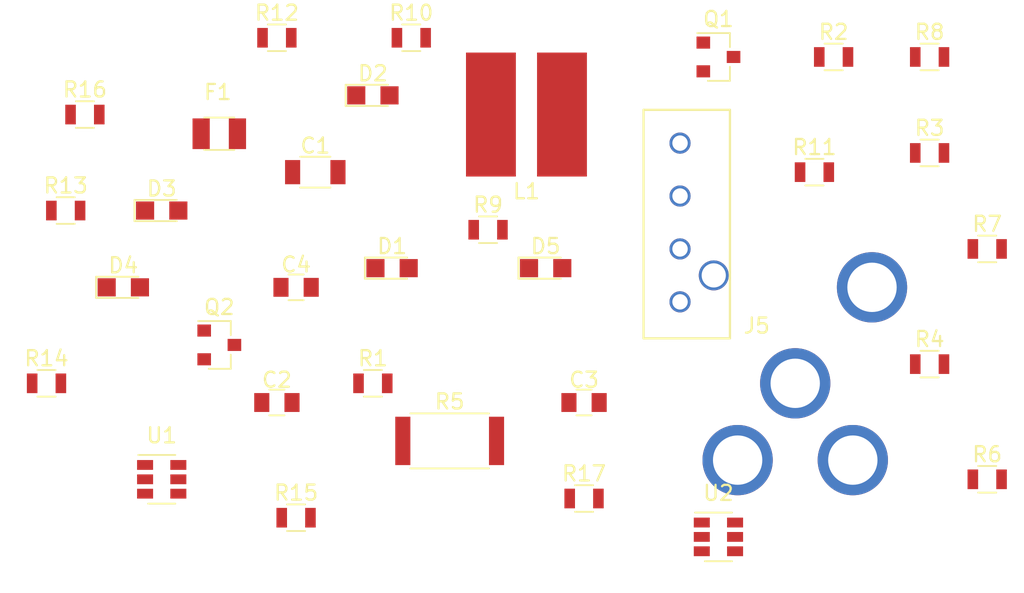
<source format=kicad_pcb>
(kicad_pcb (version 4) (host pcbnew 4.0.7)

  (general
    (links 54)
    (no_connects 54)
    (area 0 0 0 0)
    (thickness 1.6)
    (drawings 0)
    (tracks 0)
    (zones 0)
    (modules 37)
    (nets 25)
  )

  (page A4)
  (layers
    (0 F.Cu signal)
    (31 B.Cu signal)
    (32 B.Adhes user)
    (33 F.Adhes user)
    (34 B.Paste user)
    (35 F.Paste user)
    (36 B.SilkS user)
    (37 F.SilkS user)
    (38 B.Mask user)
    (39 F.Mask user)
    (40 Dwgs.User user)
    (41 Cmts.User user)
    (42 Eco1.User user)
    (43 Eco2.User user)
    (44 Edge.Cuts user)
    (45 Margin user)
    (46 B.CrtYd user)
    (47 F.CrtYd user)
    (48 B.Fab user)
    (49 F.Fab user)
  )

  (setup
    (last_trace_width 0.25)
    (trace_clearance 0.2)
    (zone_clearance 0.508)
    (zone_45_only no)
    (trace_min 0.2)
    (segment_width 0.2)
    (edge_width 0.15)
    (via_size 0.6)
    (via_drill 0.4)
    (via_min_size 0.4)
    (via_min_drill 0.3)
    (uvia_size 0.3)
    (uvia_drill 0.1)
    (uvias_allowed no)
    (uvia_min_size 0.2)
    (uvia_min_drill 0.1)
    (pcb_text_width 0.3)
    (pcb_text_size 1.5 1.5)
    (mod_edge_width 0.15)
    (mod_text_size 1 1)
    (mod_text_width 0.15)
    (pad_size 1.524 1.524)
    (pad_drill 0.762)
    (pad_to_mask_clearance 0.2)
    (aux_axis_origin 0 0)
    (visible_elements 7FFFFFFF)
    (pcbplotparams
      (layerselection 0x00030_80000001)
      (usegerberextensions false)
      (excludeedgelayer true)
      (linewidth 0.100000)
      (plotframeref false)
      (viasonmask false)
      (mode 1)
      (useauxorigin false)
      (hpglpennumber 1)
      (hpglpenspeed 20)
      (hpglpendiameter 15)
      (hpglpenoverlay 2)
      (psnegative false)
      (psa4output false)
      (plotreference true)
      (plotvalue true)
      (plotinvisibletext false)
      (padsonsilk false)
      (subtractmaskfromsilk false)
      (outputformat 1)
      (mirror false)
      (drillshape 1)
      (scaleselection 1)
      (outputdirectory ""))
  )

  (net 0 "")
  (net 1 "Net-(C1-Pad1)")
  (net 2 GND)
  (net 3 "Net-(C2-Pad1)")
  (net 4 "Net-(C2-Pad2)")
  (net 5 "Net-(C3-Pad1)")
  (net 6 "Net-(C4-Pad1)")
  (net 7 "Net-(D1-Pad2)")
  (net 8 "Net-(D2-Pad2)")
  (net 9 "Net-(D3-Pad2)")
  (net 10 "Net-(D3-Pad1)")
  (net 11 "Net-(D4-Pad2)")
  (net 12 "Net-(D4-Pad1)")
  (net 13 "Net-(D5-Pad2)")
  (net 14 +12V)
  (net 15 /12V_sense)
  (net 16 /5V_opamp_input)
  (net 17 "Net-(R2-Pad2)")
  (net 18 "Net-(R3-Pad1)")
  (net 19 +5V)
  (net 20 "Net-(R10-Pad2)")
  (net 21 "Net-(R14-Pad2)")
  (net 22 "Net-(R16-Pad1)")
  (net 23 "Net-(R16-Pad2)")
  (net 24 "Net-(U2-Pad5)")

  (net_class Default "This is the default net class."
    (clearance 0.2)
    (trace_width 0.25)
    (via_dia 0.6)
    (via_drill 0.4)
    (uvia_dia 0.3)
    (uvia_drill 0.1)
    (add_net +12V)
    (add_net +5V)
    (add_net /12V_sense)
    (add_net /5V_opamp_input)
    (add_net GND)
    (add_net "Net-(C1-Pad1)")
    (add_net "Net-(C2-Pad1)")
    (add_net "Net-(C2-Pad2)")
    (add_net "Net-(C3-Pad1)")
    (add_net "Net-(C4-Pad1)")
    (add_net "Net-(D1-Pad2)")
    (add_net "Net-(D2-Pad2)")
    (add_net "Net-(D3-Pad1)")
    (add_net "Net-(D3-Pad2)")
    (add_net "Net-(D4-Pad1)")
    (add_net "Net-(D4-Pad2)")
    (add_net "Net-(D5-Pad2)")
    (add_net "Net-(R10-Pad2)")
    (add_net "Net-(R14-Pad2)")
    (add_net "Net-(R16-Pad1)")
    (add_net "Net-(R16-Pad2)")
    (add_net "Net-(R2-Pad2)")
    (add_net "Net-(R3-Pad1)")
    (add_net "Net-(U2-Pad5)")
  )

  (module Capacitors_SMD:C_1206 (layer F.Cu) (tedit 58AA84B8) (tstamp 59D2D753)
    (at 140.97 97.79)
    (descr "Capacitor SMD 1206, reflow soldering, AVX (see smccp.pdf)")
    (tags "capacitor 1206")
    (path /59D2CC59)
    (attr smd)
    (fp_text reference C1 (at 0 -1.75) (layer F.SilkS)
      (effects (font (size 1 1) (thickness 0.15)))
    )
    (fp_text value C_22uF (at 0 2) (layer F.Fab)
      (effects (font (size 1 1) (thickness 0.15)))
    )
    (fp_text user %R (at 0 -1.75) (layer F.Fab)
      (effects (font (size 1 1) (thickness 0.15)))
    )
    (fp_line (start -1.6 0.8) (end -1.6 -0.8) (layer F.Fab) (width 0.1))
    (fp_line (start 1.6 0.8) (end -1.6 0.8) (layer F.Fab) (width 0.1))
    (fp_line (start 1.6 -0.8) (end 1.6 0.8) (layer F.Fab) (width 0.1))
    (fp_line (start -1.6 -0.8) (end 1.6 -0.8) (layer F.Fab) (width 0.1))
    (fp_line (start 1 -1.02) (end -1 -1.02) (layer F.SilkS) (width 0.12))
    (fp_line (start -1 1.02) (end 1 1.02) (layer F.SilkS) (width 0.12))
    (fp_line (start -2.25 -1.05) (end 2.25 -1.05) (layer F.CrtYd) (width 0.05))
    (fp_line (start -2.25 -1.05) (end -2.25 1.05) (layer F.CrtYd) (width 0.05))
    (fp_line (start 2.25 1.05) (end 2.25 -1.05) (layer F.CrtYd) (width 0.05))
    (fp_line (start 2.25 1.05) (end -2.25 1.05) (layer F.CrtYd) (width 0.05))
    (pad 1 smd rect (at -1.5 0) (size 1 1.6) (layers F.Cu F.Paste F.Mask)
      (net 1 "Net-(C1-Pad1)"))
    (pad 2 smd rect (at 1.5 0) (size 1 1.6) (layers F.Cu F.Paste F.Mask)
      (net 2 GND))
    (model Capacitors_SMD.3dshapes/C_1206.wrl
      (at (xyz 0 0 0))
      (scale (xyz 1 1 1))
      (rotate (xyz 0 0 0))
    )
  )

  (module Capacitors_SMD:C_0805 (layer F.Cu) (tedit 58AA8463) (tstamp 59D2D759)
    (at 138.43 113.03)
    (descr "Capacitor SMD 0805, reflow soldering, AVX (see smccp.pdf)")
    (tags "capacitor 0805")
    (path /59D2CCCE)
    (attr smd)
    (fp_text reference C2 (at 0 -1.5) (layer F.SilkS)
      (effects (font (size 1 1) (thickness 0.15)))
    )
    (fp_text value C_0.1uF (at 0 1.75) (layer F.Fab)
      (effects (font (size 1 1) (thickness 0.15)))
    )
    (fp_text user %R (at 0 -1.5) (layer F.Fab)
      (effects (font (size 1 1) (thickness 0.15)))
    )
    (fp_line (start -1 0.62) (end -1 -0.62) (layer F.Fab) (width 0.1))
    (fp_line (start 1 0.62) (end -1 0.62) (layer F.Fab) (width 0.1))
    (fp_line (start 1 -0.62) (end 1 0.62) (layer F.Fab) (width 0.1))
    (fp_line (start -1 -0.62) (end 1 -0.62) (layer F.Fab) (width 0.1))
    (fp_line (start 0.5 -0.85) (end -0.5 -0.85) (layer F.SilkS) (width 0.12))
    (fp_line (start -0.5 0.85) (end 0.5 0.85) (layer F.SilkS) (width 0.12))
    (fp_line (start -1.75 -0.88) (end 1.75 -0.88) (layer F.CrtYd) (width 0.05))
    (fp_line (start -1.75 -0.88) (end -1.75 0.87) (layer F.CrtYd) (width 0.05))
    (fp_line (start 1.75 0.87) (end 1.75 -0.88) (layer F.CrtYd) (width 0.05))
    (fp_line (start 1.75 0.87) (end -1.75 0.87) (layer F.CrtYd) (width 0.05))
    (pad 1 smd rect (at -1 0) (size 1 1.25) (layers F.Cu F.Paste F.Mask)
      (net 3 "Net-(C2-Pad1)"))
    (pad 2 smd rect (at 1 0) (size 1 1.25) (layers F.Cu F.Paste F.Mask)
      (net 4 "Net-(C2-Pad2)"))
    (model Capacitors_SMD.3dshapes/C_0805.wrl
      (at (xyz 0 0 0))
      (scale (xyz 1 1 1))
      (rotate (xyz 0 0 0))
    )
  )

  (module Capacitors_SMD:C_0805 (layer F.Cu) (tedit 58AA8463) (tstamp 59D2D75F)
    (at 158.75 113.03)
    (descr "Capacitor SMD 0805, reflow soldering, AVX (see smccp.pdf)")
    (tags "capacitor 0805")
    (path /59D2CB6B)
    (attr smd)
    (fp_text reference C3 (at 0 -1.5) (layer F.SilkS)
      (effects (font (size 1 1) (thickness 0.15)))
    )
    (fp_text value C_47uF (at 0 1.75) (layer F.Fab)
      (effects (font (size 1 1) (thickness 0.15)))
    )
    (fp_text user %R (at 0 -1.5) (layer F.Fab)
      (effects (font (size 1 1) (thickness 0.15)))
    )
    (fp_line (start -1 0.62) (end -1 -0.62) (layer F.Fab) (width 0.1))
    (fp_line (start 1 0.62) (end -1 0.62) (layer F.Fab) (width 0.1))
    (fp_line (start 1 -0.62) (end 1 0.62) (layer F.Fab) (width 0.1))
    (fp_line (start -1 -0.62) (end 1 -0.62) (layer F.Fab) (width 0.1))
    (fp_line (start 0.5 -0.85) (end -0.5 -0.85) (layer F.SilkS) (width 0.12))
    (fp_line (start -0.5 0.85) (end 0.5 0.85) (layer F.SilkS) (width 0.12))
    (fp_line (start -1.75 -0.88) (end 1.75 -0.88) (layer F.CrtYd) (width 0.05))
    (fp_line (start -1.75 -0.88) (end -1.75 0.87) (layer F.CrtYd) (width 0.05))
    (fp_line (start 1.75 0.87) (end 1.75 -0.88) (layer F.CrtYd) (width 0.05))
    (fp_line (start 1.75 0.87) (end -1.75 0.87) (layer F.CrtYd) (width 0.05))
    (pad 1 smd rect (at -1 0) (size 1 1.25) (layers F.Cu F.Paste F.Mask)
      (net 5 "Net-(C3-Pad1)"))
    (pad 2 smd rect (at 1 0) (size 1 1.25) (layers F.Cu F.Paste F.Mask)
      (net 2 GND))
    (model Capacitors_SMD.3dshapes/C_0805.wrl
      (at (xyz 0 0 0))
      (scale (xyz 1 1 1))
      (rotate (xyz 0 0 0))
    )
  )

  (module Capacitors_SMD:C_0805 (layer F.Cu) (tedit 58AA8463) (tstamp 59D2D765)
    (at 139.7 105.41)
    (descr "Capacitor SMD 0805, reflow soldering, AVX (see smccp.pdf)")
    (tags "capacitor 0805")
    (path /59D2CBEC)
    (attr smd)
    (fp_text reference C4 (at 0 -1.5) (layer F.SilkS)
      (effects (font (size 1 1) (thickness 0.15)))
    )
    (fp_text value C_47uF (at 0 1.75) (layer F.Fab)
      (effects (font (size 1 1) (thickness 0.15)))
    )
    (fp_text user %R (at 0 -1.5) (layer F.Fab)
      (effects (font (size 1 1) (thickness 0.15)))
    )
    (fp_line (start -1 0.62) (end -1 -0.62) (layer F.Fab) (width 0.1))
    (fp_line (start 1 0.62) (end -1 0.62) (layer F.Fab) (width 0.1))
    (fp_line (start 1 -0.62) (end 1 0.62) (layer F.Fab) (width 0.1))
    (fp_line (start -1 -0.62) (end 1 -0.62) (layer F.Fab) (width 0.1))
    (fp_line (start 0.5 -0.85) (end -0.5 -0.85) (layer F.SilkS) (width 0.12))
    (fp_line (start -0.5 0.85) (end 0.5 0.85) (layer F.SilkS) (width 0.12))
    (fp_line (start -1.75 -0.88) (end 1.75 -0.88) (layer F.CrtYd) (width 0.05))
    (fp_line (start -1.75 -0.88) (end -1.75 0.87) (layer F.CrtYd) (width 0.05))
    (fp_line (start 1.75 0.87) (end 1.75 -0.88) (layer F.CrtYd) (width 0.05))
    (fp_line (start 1.75 0.87) (end -1.75 0.87) (layer F.CrtYd) (width 0.05))
    (pad 1 smd rect (at -1 0) (size 1 1.25) (layers F.Cu F.Paste F.Mask)
      (net 6 "Net-(C4-Pad1)"))
    (pad 2 smd rect (at 1 0) (size 1 1.25) (layers F.Cu F.Paste F.Mask)
      (net 2 GND))
    (model Capacitors_SMD.3dshapes/C_0805.wrl
      (at (xyz 0 0 0))
      (scale (xyz 1 1 1))
      (rotate (xyz 0 0 0))
    )
  )

  (module LEDs:LED_0805 (layer F.Cu) (tedit 59959803) (tstamp 59D2D76B)
    (at 146.05 104.14)
    (descr "LED 0805 smd package")
    (tags "LED led 0805 SMD smd SMT smt smdled SMDLED smtled SMTLED")
    (path /59D49040)
    (attr smd)
    (fp_text reference D1 (at 0 -1.45) (layer F.SilkS)
      (effects (font (size 1 1) (thickness 0.15)))
    )
    (fp_text value LED_0805 (at 0 1.55) (layer F.Fab)
      (effects (font (size 1 1) (thickness 0.15)))
    )
    (fp_line (start -1.8 -0.7) (end -1.8 0.7) (layer F.SilkS) (width 0.12))
    (fp_line (start -0.4 -0.4) (end -0.4 0.4) (layer F.Fab) (width 0.1))
    (fp_line (start -0.4 0) (end 0.2 -0.4) (layer F.Fab) (width 0.1))
    (fp_line (start 0.2 0.4) (end -0.4 0) (layer F.Fab) (width 0.1))
    (fp_line (start 0.2 -0.4) (end 0.2 0.4) (layer F.Fab) (width 0.1))
    (fp_line (start 1 0.6) (end -1 0.6) (layer F.Fab) (width 0.1))
    (fp_line (start 1 -0.6) (end 1 0.6) (layer F.Fab) (width 0.1))
    (fp_line (start -1 -0.6) (end 1 -0.6) (layer F.Fab) (width 0.1))
    (fp_line (start -1 0.6) (end -1 -0.6) (layer F.Fab) (width 0.1))
    (fp_line (start -1.8 0.7) (end 1 0.7) (layer F.SilkS) (width 0.12))
    (fp_line (start -1.8 -0.7) (end 1 -0.7) (layer F.SilkS) (width 0.12))
    (fp_line (start 1.95 -0.85) (end 1.95 0.85) (layer F.CrtYd) (width 0.05))
    (fp_line (start 1.95 0.85) (end -1.95 0.85) (layer F.CrtYd) (width 0.05))
    (fp_line (start -1.95 0.85) (end -1.95 -0.85) (layer F.CrtYd) (width 0.05))
    (fp_line (start -1.95 -0.85) (end 1.95 -0.85) (layer F.CrtYd) (width 0.05))
    (fp_text user %R (at 0 -1.25) (layer F.Fab)
      (effects (font (size 0.4 0.4) (thickness 0.1)))
    )
    (pad 2 smd rect (at 1.1 0 180) (size 1.2 1.2) (layers F.Cu F.Paste F.Mask)
      (net 7 "Net-(D1-Pad2)"))
    (pad 1 smd rect (at -1.1 0 180) (size 1.2 1.2) (layers F.Cu F.Paste F.Mask)
      (net 2 GND))
    (model ${KISYS3DMOD}/LEDs.3dshapes/LED_0805.wrl
      (at (xyz 0 0 0))
      (scale (xyz 1 1 1))
      (rotate (xyz 0 0 180))
    )
  )

  (module LEDs:LED_0805 (layer F.Cu) (tedit 59959803) (tstamp 59D2D771)
    (at 144.78 92.71)
    (descr "LED 0805 smd package")
    (tags "LED led 0805 SMD smd SMT smt smdled SMDLED smtled SMTLED")
    (path /59D490F1)
    (attr smd)
    (fp_text reference D2 (at 0 -1.45) (layer F.SilkS)
      (effects (font (size 1 1) (thickness 0.15)))
    )
    (fp_text value LED_0805 (at 0 1.55) (layer F.Fab)
      (effects (font (size 1 1) (thickness 0.15)))
    )
    (fp_line (start -1.8 -0.7) (end -1.8 0.7) (layer F.SilkS) (width 0.12))
    (fp_line (start -0.4 -0.4) (end -0.4 0.4) (layer F.Fab) (width 0.1))
    (fp_line (start -0.4 0) (end 0.2 -0.4) (layer F.Fab) (width 0.1))
    (fp_line (start 0.2 0.4) (end -0.4 0) (layer F.Fab) (width 0.1))
    (fp_line (start 0.2 -0.4) (end 0.2 0.4) (layer F.Fab) (width 0.1))
    (fp_line (start 1 0.6) (end -1 0.6) (layer F.Fab) (width 0.1))
    (fp_line (start 1 -0.6) (end 1 0.6) (layer F.Fab) (width 0.1))
    (fp_line (start -1 -0.6) (end 1 -0.6) (layer F.Fab) (width 0.1))
    (fp_line (start -1 0.6) (end -1 -0.6) (layer F.Fab) (width 0.1))
    (fp_line (start -1.8 0.7) (end 1 0.7) (layer F.SilkS) (width 0.12))
    (fp_line (start -1.8 -0.7) (end 1 -0.7) (layer F.SilkS) (width 0.12))
    (fp_line (start 1.95 -0.85) (end 1.95 0.85) (layer F.CrtYd) (width 0.05))
    (fp_line (start 1.95 0.85) (end -1.95 0.85) (layer F.CrtYd) (width 0.05))
    (fp_line (start -1.95 0.85) (end -1.95 -0.85) (layer F.CrtYd) (width 0.05))
    (fp_line (start -1.95 -0.85) (end 1.95 -0.85) (layer F.CrtYd) (width 0.05))
    (fp_text user %R (at 0 -1.25) (layer F.Fab)
      (effects (font (size 0.4 0.4) (thickness 0.1)))
    )
    (pad 2 smd rect (at 1.1 0 180) (size 1.2 1.2) (layers F.Cu F.Paste F.Mask)
      (net 8 "Net-(D2-Pad2)"))
    (pad 1 smd rect (at -1.1 0 180) (size 1.2 1.2) (layers F.Cu F.Paste F.Mask)
      (net 2 GND))
    (model ${KISYS3DMOD}/LEDs.3dshapes/LED_0805.wrl
      (at (xyz 0 0 0))
      (scale (xyz 1 1 1))
      (rotate (xyz 0 0 180))
    )
  )

  (module LEDs:LED_0805 (layer F.Cu) (tedit 59959803) (tstamp 59D2D777)
    (at 130.81 100.33)
    (descr "LED 0805 smd package")
    (tags "LED led 0805 SMD smd SMT smt smdled SMDLED smtled SMTLED")
    (path /59D49858)
    (attr smd)
    (fp_text reference D3 (at 0 -1.45) (layer F.SilkS)
      (effects (font (size 1 1) (thickness 0.15)))
    )
    (fp_text value LED_0805 (at 0 1.55) (layer F.Fab)
      (effects (font (size 1 1) (thickness 0.15)))
    )
    (fp_line (start -1.8 -0.7) (end -1.8 0.7) (layer F.SilkS) (width 0.12))
    (fp_line (start -0.4 -0.4) (end -0.4 0.4) (layer F.Fab) (width 0.1))
    (fp_line (start -0.4 0) (end 0.2 -0.4) (layer F.Fab) (width 0.1))
    (fp_line (start 0.2 0.4) (end -0.4 0) (layer F.Fab) (width 0.1))
    (fp_line (start 0.2 -0.4) (end 0.2 0.4) (layer F.Fab) (width 0.1))
    (fp_line (start 1 0.6) (end -1 0.6) (layer F.Fab) (width 0.1))
    (fp_line (start 1 -0.6) (end 1 0.6) (layer F.Fab) (width 0.1))
    (fp_line (start -1 -0.6) (end 1 -0.6) (layer F.Fab) (width 0.1))
    (fp_line (start -1 0.6) (end -1 -0.6) (layer F.Fab) (width 0.1))
    (fp_line (start -1.8 0.7) (end 1 0.7) (layer F.SilkS) (width 0.12))
    (fp_line (start -1.8 -0.7) (end 1 -0.7) (layer F.SilkS) (width 0.12))
    (fp_line (start 1.95 -0.85) (end 1.95 0.85) (layer F.CrtYd) (width 0.05))
    (fp_line (start 1.95 0.85) (end -1.95 0.85) (layer F.CrtYd) (width 0.05))
    (fp_line (start -1.95 0.85) (end -1.95 -0.85) (layer F.CrtYd) (width 0.05))
    (fp_line (start -1.95 -0.85) (end 1.95 -0.85) (layer F.CrtYd) (width 0.05))
    (fp_text user %R (at 0 -1.25) (layer F.Fab)
      (effects (font (size 0.4 0.4) (thickness 0.1)))
    )
    (pad 2 smd rect (at 1.1 0 180) (size 1.2 1.2) (layers F.Cu F.Paste F.Mask)
      (net 9 "Net-(D3-Pad2)"))
    (pad 1 smd rect (at -1.1 0 180) (size 1.2 1.2) (layers F.Cu F.Paste F.Mask)
      (net 10 "Net-(D3-Pad1)"))
    (model ${KISYS3DMOD}/LEDs.3dshapes/LED_0805.wrl
      (at (xyz 0 0 0))
      (scale (xyz 1 1 1))
      (rotate (xyz 0 0 180))
    )
  )

  (module LEDs:LED_0805 (layer F.Cu) (tedit 59959803) (tstamp 59D2D77D)
    (at 128.27 105.41)
    (descr "LED 0805 smd package")
    (tags "LED led 0805 SMD smd SMT smt smdled SMDLED smtled SMTLED")
    (path /59D4A770)
    (attr smd)
    (fp_text reference D4 (at 0 -1.45) (layer F.SilkS)
      (effects (font (size 1 1) (thickness 0.15)))
    )
    (fp_text value LED_0805 (at 0 1.55) (layer F.Fab)
      (effects (font (size 1 1) (thickness 0.15)))
    )
    (fp_line (start -1.8 -0.7) (end -1.8 0.7) (layer F.SilkS) (width 0.12))
    (fp_line (start -0.4 -0.4) (end -0.4 0.4) (layer F.Fab) (width 0.1))
    (fp_line (start -0.4 0) (end 0.2 -0.4) (layer F.Fab) (width 0.1))
    (fp_line (start 0.2 0.4) (end -0.4 0) (layer F.Fab) (width 0.1))
    (fp_line (start 0.2 -0.4) (end 0.2 0.4) (layer F.Fab) (width 0.1))
    (fp_line (start 1 0.6) (end -1 0.6) (layer F.Fab) (width 0.1))
    (fp_line (start 1 -0.6) (end 1 0.6) (layer F.Fab) (width 0.1))
    (fp_line (start -1 -0.6) (end 1 -0.6) (layer F.Fab) (width 0.1))
    (fp_line (start -1 0.6) (end -1 -0.6) (layer F.Fab) (width 0.1))
    (fp_line (start -1.8 0.7) (end 1 0.7) (layer F.SilkS) (width 0.12))
    (fp_line (start -1.8 -0.7) (end 1 -0.7) (layer F.SilkS) (width 0.12))
    (fp_line (start 1.95 -0.85) (end 1.95 0.85) (layer F.CrtYd) (width 0.05))
    (fp_line (start 1.95 0.85) (end -1.95 0.85) (layer F.CrtYd) (width 0.05))
    (fp_line (start -1.95 0.85) (end -1.95 -0.85) (layer F.CrtYd) (width 0.05))
    (fp_line (start -1.95 -0.85) (end 1.95 -0.85) (layer F.CrtYd) (width 0.05))
    (fp_text user %R (at 0 -1.25) (layer F.Fab)
      (effects (font (size 0.4 0.4) (thickness 0.1)))
    )
    (pad 2 smd rect (at 1.1 0 180) (size 1.2 1.2) (layers F.Cu F.Paste F.Mask)
      (net 11 "Net-(D4-Pad2)"))
    (pad 1 smd rect (at -1.1 0 180) (size 1.2 1.2) (layers F.Cu F.Paste F.Mask)
      (net 12 "Net-(D4-Pad1)"))
    (model ${KISYS3DMOD}/LEDs.3dshapes/LED_0805.wrl
      (at (xyz 0 0 0))
      (scale (xyz 1 1 1))
      (rotate (xyz 0 0 180))
    )
  )

  (module LEDs:LED_0805 (layer F.Cu) (tedit 59959803) (tstamp 59D2D783)
    (at 156.21 104.14)
    (descr "LED 0805 smd package")
    (tags "LED led 0805 SMD smd SMT smt smdled SMDLED smtled SMTLED")
    (path /59D4C381)
    (attr smd)
    (fp_text reference D5 (at 0 -1.45) (layer F.SilkS)
      (effects (font (size 1 1) (thickness 0.15)))
    )
    (fp_text value LED_0805 (at 0 1.55) (layer F.Fab)
      (effects (font (size 1 1) (thickness 0.15)))
    )
    (fp_line (start -1.8 -0.7) (end -1.8 0.7) (layer F.SilkS) (width 0.12))
    (fp_line (start -0.4 -0.4) (end -0.4 0.4) (layer F.Fab) (width 0.1))
    (fp_line (start -0.4 0) (end 0.2 -0.4) (layer F.Fab) (width 0.1))
    (fp_line (start 0.2 0.4) (end -0.4 0) (layer F.Fab) (width 0.1))
    (fp_line (start 0.2 -0.4) (end 0.2 0.4) (layer F.Fab) (width 0.1))
    (fp_line (start 1 0.6) (end -1 0.6) (layer F.Fab) (width 0.1))
    (fp_line (start 1 -0.6) (end 1 0.6) (layer F.Fab) (width 0.1))
    (fp_line (start -1 -0.6) (end 1 -0.6) (layer F.Fab) (width 0.1))
    (fp_line (start -1 0.6) (end -1 -0.6) (layer F.Fab) (width 0.1))
    (fp_line (start -1.8 0.7) (end 1 0.7) (layer F.SilkS) (width 0.12))
    (fp_line (start -1.8 -0.7) (end 1 -0.7) (layer F.SilkS) (width 0.12))
    (fp_line (start 1.95 -0.85) (end 1.95 0.85) (layer F.CrtYd) (width 0.05))
    (fp_line (start 1.95 0.85) (end -1.95 0.85) (layer F.CrtYd) (width 0.05))
    (fp_line (start -1.95 0.85) (end -1.95 -0.85) (layer F.CrtYd) (width 0.05))
    (fp_line (start -1.95 -0.85) (end 1.95 -0.85) (layer F.CrtYd) (width 0.05))
    (fp_text user %R (at 0 -1.25) (layer F.Fab)
      (effects (font (size 0.4 0.4) (thickness 0.1)))
    )
    (pad 2 smd rect (at 1.1 0 180) (size 1.2 1.2) (layers F.Cu F.Paste F.Mask)
      (net 13 "Net-(D5-Pad2)"))
    (pad 1 smd rect (at -1.1 0 180) (size 1.2 1.2) (layers F.Cu F.Paste F.Mask)
      (net 2 GND))
    (model ${KISYS3DMOD}/LEDs.3dshapes/LED_0805.wrl
      (at (xyz 0 0 0))
      (scale (xyz 1 1 1))
      (rotate (xyz 0 0 180))
    )
  )

  (module Fuse_Holders_and_Fuses:Fuse_SMD1206_Reflow (layer F.Cu) (tedit 0) (tstamp 59D2D793)
    (at 134.62 95.25)
    (descr "Fuse, Sicherung, SMD1206, Littlefuse-Wickmann, Reflow,")
    (tags "Fuse Sicherung SMD1206 Littlefuse-Wickmann Reflow ")
    (path /59D2B615)
    (attr smd)
    (fp_text reference F1 (at -0.1 -2.75) (layer F.SilkS)
      (effects (font (size 1 1) (thickness 0.15)))
    )
    (fp_text value F_1.1A_12V (at -0.45 3.2) (layer F.Fab)
      (effects (font (size 1 1) (thickness 0.15)))
    )
    (fp_line (start -1.6 0.8) (end -1.6 -0.8) (layer F.Fab) (width 0.1))
    (fp_line (start 1.6 0.8) (end -1.6 0.8) (layer F.Fab) (width 0.1))
    (fp_line (start 1.6 -0.8) (end 1.6 0.8) (layer F.Fab) (width 0.1))
    (fp_line (start -1.6 -0.8) (end 1.6 -0.8) (layer F.Fab) (width 0.1))
    (fp_line (start 1 1.07) (end -1 1.07) (layer F.SilkS) (width 0.12))
    (fp_line (start -1 -1.07) (end 1 -1.07) (layer F.SilkS) (width 0.12))
    (fp_line (start -2.47 -1.05) (end 2.47 -1.05) (layer F.CrtYd) (width 0.05))
    (fp_line (start -2.47 -1.05) (end -2.47 1.05) (layer F.CrtYd) (width 0.05))
    (fp_line (start 2.47 1.05) (end 2.47 -1.05) (layer F.CrtYd) (width 0.05))
    (fp_line (start 2.47 1.05) (end -2.47 1.05) (layer F.CrtYd) (width 0.05))
    (pad 1 smd rect (at -1.2 0 90) (size 2.03 1.14) (layers F.Cu F.Paste F.Mask)
      (net 14 +12V))
    (pad 2 smd rect (at 1.2 0 90) (size 2.03 1.14) (layers F.Cu F.Paste F.Mask)
      (net 1 "Net-(C1-Pad1)"))
  )

  (module footprints:Mounting_Hole_4-40 (layer F.Cu) (tedit 59D2C8FF) (tstamp 59D2D798)
    (at 168.91 116.84)
    (path /59D4EA98)
    (fp_text reference J1 (at 0 3.81) (layer F.SilkS) hide
      (effects (font (size 1 1) (thickness 0.15)))
    )
    (fp_text value Mounting_Hole_4-40 (at 0 -3.81) (layer F.Fab) hide
      (effects (font (size 1 1) (thickness 0.15)))
    )
    (pad 1 thru_hole circle (at 0 0) (size 4.6482 4.6482) (drill 3.2639) (layers *.Cu *.Mask))
  )

  (module footprints:Mounting_Hole_4-40 (layer F.Cu) (tedit 59D2C8FF) (tstamp 59D2D79D)
    (at 172.72 111.76)
    (path /59D4EBEA)
    (fp_text reference J2 (at 0 3.81) (layer F.SilkS) hide
      (effects (font (size 1 1) (thickness 0.15)))
    )
    (fp_text value Mounting_Hole_4-40 (at 0 -3.81) (layer F.Fab) hide
      (effects (font (size 1 1) (thickness 0.15)))
    )
    (pad 1 thru_hole circle (at 0 0) (size 4.6482 4.6482) (drill 3.2639) (layers *.Cu *.Mask))
  )

  (module footprints:Mounting_Hole_4-40 (layer F.Cu) (tedit 59D2C8FF) (tstamp 59D2D7A2)
    (at 177.8 105.41)
    (path /59D4EB72)
    (fp_text reference J3 (at 0 3.81) (layer F.SilkS) hide
      (effects (font (size 1 1) (thickness 0.15)))
    )
    (fp_text value Mounting_Hole_4-40 (at 0 -3.81) (layer F.Fab) hide
      (effects (font (size 1 1) (thickness 0.15)))
    )
    (pad 1 thru_hole circle (at 0 0) (size 4.6482 4.6482) (drill 3.2639) (layers *.Cu *.Mask))
  )

  (module footprints:Mounting_Hole_4-40 (layer F.Cu) (tedit 59D2C8FF) (tstamp 59D2D7A7)
    (at 176.53 116.84)
    (path /59D4EC64)
    (fp_text reference J4 (at 0 3.81) (layer F.SilkS) hide
      (effects (font (size 1 1) (thickness 0.15)))
    )
    (fp_text value Mounting_Hole_4-40 (at 0 -3.81) (layer F.Fab) hide
      (effects (font (size 1 1) (thickness 0.15)))
    )
    (pad 1 thru_hole circle (at 0 0) (size 4.6482 4.6482) (drill 3.2639) (layers *.Cu *.Mask))
  )

  (module footprints:Ultrafit_4 (layer F.Cu) (tedit 59D2D176) (tstamp 59D2D7B4)
    (at 165.1 102.87)
    (path /59D50C93)
    (fp_text reference J5 (at 5.08 5.08) (layer F.SilkS)
      (effects (font (size 1 1) (thickness 0.15)))
    )
    (fp_text value Ultrafit_4 (at 6.35 0 90) (layer F.Fab) hide
      (effects (font (size 1 1) (thickness 0.15)))
    )
    (fp_line (start -2.413 5.913) (end 3.302 5.913) (layer F.SilkS) (width 0.15))
    (fp_line (start -2.413 -9.2) (end 3.302 -9.2) (layer F.SilkS) (width 0.15))
    (fp_line (start -2.413 5.913) (end -2.413 -9.2) (layer F.SilkS) (width 0.15))
    (fp_line (start 3.302 5.913) (end 3.302 -9.2) (layer F.SilkS) (width 0.15))
    (pad 2 thru_hole circle (at 0 0) (size 1.397 1.397) (drill 1.02) (layers *.Cu *.Mask)
      (net 14 +12V))
    (pad 3 thru_hole circle (at 0 -3.5) (size 1.397 1.397) (drill 1.02) (layers *.Cu *.Mask)
      (net 15 /12V_sense))
    (pad 4 thru_hole circle (at 0 -7) (size 1.397 1.397) (drill 1.02) (layers *.Cu *.Mask)
      (net 16 /5V_opamp_input))
    (pad 1 thru_hole circle (at 0 3.5) (size 1.397 1.397) (drill 1.02) (layers *.Cu *.Mask)
      (net 2 GND))
    (pad "" thru_hole circle (at 2.23 1.75) (size 1.9812 1.9812) (drill 1.6) (layers *.Cu *.Mask))
  )

  (module footprints:4.7uH_Inductor_OEM (layer F.Cu) (tedit 59D2CA8F) (tstamp 59D2D7BA)
    (at 154.94 93.98)
    (path /59D4F25C)
    (fp_text reference L1 (at 0 5.08) (layer F.SilkS)
      (effects (font (size 1 1) (thickness 0.15)))
    )
    (fp_text value L_4.7uH (at 0 -5.08) (layer F.Fab) hide
      (effects (font (size 1 1) (thickness 0.15)))
    )
    (pad 1 smd rect (at -2.35 0) (size 3.3 8.2) (layers F.Cu F.Paste F.Mask)
      (net 4 "Net-(C2-Pad2)"))
    (pad 2 smd rect (at 2.35 0) (size 3.3 8.2) (layers F.Cu F.Paste F.Mask)
      (net 5 "Net-(C3-Pad1)"))
  )

  (module TO_SOT_Packages_SMD:SOT-23 (layer F.Cu) (tedit 58CE4E7E) (tstamp 59D2D7C1)
    (at 167.64 90.17)
    (descr "SOT-23, Standard")
    (tags SOT-23)
    (path /59D4D774)
    (attr smd)
    (fp_text reference Q1 (at 0 -2.5) (layer F.SilkS)
      (effects (font (size 1 1) (thickness 0.15)))
    )
    (fp_text value NMOS_GSD_30V (at 0 2.5) (layer F.Fab)
      (effects (font (size 1 1) (thickness 0.15)))
    )
    (fp_text user %R (at 0 0 90) (layer F.Fab)
      (effects (font (size 0.5 0.5) (thickness 0.075)))
    )
    (fp_line (start -0.7 -0.95) (end -0.7 1.5) (layer F.Fab) (width 0.1))
    (fp_line (start -0.15 -1.52) (end 0.7 -1.52) (layer F.Fab) (width 0.1))
    (fp_line (start -0.7 -0.95) (end -0.15 -1.52) (layer F.Fab) (width 0.1))
    (fp_line (start 0.7 -1.52) (end 0.7 1.52) (layer F.Fab) (width 0.1))
    (fp_line (start -0.7 1.52) (end 0.7 1.52) (layer F.Fab) (width 0.1))
    (fp_line (start 0.76 1.58) (end 0.76 0.65) (layer F.SilkS) (width 0.12))
    (fp_line (start 0.76 -1.58) (end 0.76 -0.65) (layer F.SilkS) (width 0.12))
    (fp_line (start -1.7 -1.75) (end 1.7 -1.75) (layer F.CrtYd) (width 0.05))
    (fp_line (start 1.7 -1.75) (end 1.7 1.75) (layer F.CrtYd) (width 0.05))
    (fp_line (start 1.7 1.75) (end -1.7 1.75) (layer F.CrtYd) (width 0.05))
    (fp_line (start -1.7 1.75) (end -1.7 -1.75) (layer F.CrtYd) (width 0.05))
    (fp_line (start 0.76 -1.58) (end -1.4 -1.58) (layer F.SilkS) (width 0.12))
    (fp_line (start 0.76 1.58) (end -0.7 1.58) (layer F.SilkS) (width 0.12))
    (pad 1 smd rect (at -1 -0.95) (size 0.9 0.8) (layers F.Cu F.Paste F.Mask)
      (net 15 /12V_sense))
    (pad 2 smd rect (at -1 0.95) (size 0.9 0.8) (layers F.Cu F.Paste F.Mask)
      (net 2 GND))
    (pad 3 smd rect (at 1 0) (size 0.9 0.8) (layers F.Cu F.Paste F.Mask)
      (net 10 "Net-(D3-Pad1)"))
    (model ${KISYS3DMOD}/TO_SOT_Packages_SMD.3dshapes/SOT-23.wrl
      (at (xyz 0 0 0))
      (scale (xyz 1 1 1))
      (rotate (xyz 0 0 0))
    )
  )

  (module TO_SOT_Packages_SMD:SOT-23 (layer F.Cu) (tedit 58CE4E7E) (tstamp 59D2D7C8)
    (at 134.62 109.22)
    (descr "SOT-23, Standard")
    (tags SOT-23)
    (path /59D4D820)
    (attr smd)
    (fp_text reference Q2 (at 0 -2.5) (layer F.SilkS)
      (effects (font (size 1 1) (thickness 0.15)))
    )
    (fp_text value NMOS_GSD_30V (at 0 2.5) (layer F.Fab)
      (effects (font (size 1 1) (thickness 0.15)))
    )
    (fp_text user %R (at 0 0 90) (layer F.Fab)
      (effects (font (size 0.5 0.5) (thickness 0.075)))
    )
    (fp_line (start -0.7 -0.95) (end -0.7 1.5) (layer F.Fab) (width 0.1))
    (fp_line (start -0.15 -1.52) (end 0.7 -1.52) (layer F.Fab) (width 0.1))
    (fp_line (start -0.7 -0.95) (end -0.15 -1.52) (layer F.Fab) (width 0.1))
    (fp_line (start 0.7 -1.52) (end 0.7 1.52) (layer F.Fab) (width 0.1))
    (fp_line (start -0.7 1.52) (end 0.7 1.52) (layer F.Fab) (width 0.1))
    (fp_line (start 0.76 1.58) (end 0.76 0.65) (layer F.SilkS) (width 0.12))
    (fp_line (start 0.76 -1.58) (end 0.76 -0.65) (layer F.SilkS) (width 0.12))
    (fp_line (start -1.7 -1.75) (end 1.7 -1.75) (layer F.CrtYd) (width 0.05))
    (fp_line (start 1.7 -1.75) (end 1.7 1.75) (layer F.CrtYd) (width 0.05))
    (fp_line (start 1.7 1.75) (end -1.7 1.75) (layer F.CrtYd) (width 0.05))
    (fp_line (start -1.7 1.75) (end -1.7 -1.75) (layer F.CrtYd) (width 0.05))
    (fp_line (start 0.76 -1.58) (end -1.4 -1.58) (layer F.SilkS) (width 0.12))
    (fp_line (start 0.76 1.58) (end -0.7 1.58) (layer F.SilkS) (width 0.12))
    (pad 1 smd rect (at -1 -0.95) (size 0.9 0.8) (layers F.Cu F.Paste F.Mask)
      (net 6 "Net-(C4-Pad1)"))
    (pad 2 smd rect (at -1 0.95) (size 0.9 0.8) (layers F.Cu F.Paste F.Mask)
      (net 2 GND))
    (pad 3 smd rect (at 1 0) (size 0.9 0.8) (layers F.Cu F.Paste F.Mask)
      (net 12 "Net-(D4-Pad1)"))
    (model ${KISYS3DMOD}/TO_SOT_Packages_SMD.3dshapes/SOT-23.wrl
      (at (xyz 0 0 0))
      (scale (xyz 1 1 1))
      (rotate (xyz 0 0 0))
    )
  )

  (module Resistors_SMD:R_0805 (layer F.Cu) (tedit 58E0A804) (tstamp 59D2D7CE)
    (at 144.78 111.76)
    (descr "Resistor SMD 0805, reflow soldering, Vishay (see dcrcw.pdf)")
    (tags "resistor 0805")
    (path /59D2C709)
    (attr smd)
    (fp_text reference R1 (at 0 -1.65) (layer F.SilkS)
      (effects (font (size 1 1) (thickness 0.15)))
    )
    (fp_text value R_1k (at 0 1.75) (layer F.Fab)
      (effects (font (size 1 1) (thickness 0.15)))
    )
    (fp_text user %R (at 0 0) (layer F.Fab)
      (effects (font (size 0.5 0.5) (thickness 0.075)))
    )
    (fp_line (start -1 0.62) (end -1 -0.62) (layer F.Fab) (width 0.1))
    (fp_line (start 1 0.62) (end -1 0.62) (layer F.Fab) (width 0.1))
    (fp_line (start 1 -0.62) (end 1 0.62) (layer F.Fab) (width 0.1))
    (fp_line (start -1 -0.62) (end 1 -0.62) (layer F.Fab) (width 0.1))
    (fp_line (start 0.6 0.88) (end -0.6 0.88) (layer F.SilkS) (width 0.12))
    (fp_line (start -0.6 -0.88) (end 0.6 -0.88) (layer F.SilkS) (width 0.12))
    (fp_line (start -1.55 -0.9) (end 1.55 -0.9) (layer F.CrtYd) (width 0.05))
    (fp_line (start -1.55 -0.9) (end -1.55 0.9) (layer F.CrtYd) (width 0.05))
    (fp_line (start 1.55 0.9) (end 1.55 -0.9) (layer F.CrtYd) (width 0.05))
    (fp_line (start 1.55 0.9) (end -1.55 0.9) (layer F.CrtYd) (width 0.05))
    (pad 1 smd rect (at -0.95 0) (size 0.7 1.3) (layers F.Cu F.Paste F.Mask)
      (net 1 "Net-(C1-Pad1)"))
    (pad 2 smd rect (at 0.95 0) (size 0.7 1.3) (layers F.Cu F.Paste F.Mask)
      (net 7 "Net-(D1-Pad2)"))
    (model ${KISYS3DMOD}/Resistors_SMD.3dshapes/R_0805.wrl
      (at (xyz 0 0 0))
      (scale (xyz 1 1 1))
      (rotate (xyz 0 0 0))
    )
  )

  (module Resistors_SMD:R_0805 (layer F.Cu) (tedit 58E0A804) (tstamp 59D2D7D4)
    (at 175.26 90.17)
    (descr "Resistor SMD 0805, reflow soldering, Vishay (see dcrcw.pdf)")
    (tags "resistor 0805")
    (path /59D2C623)
    (attr smd)
    (fp_text reference R2 (at 0 -1.65) (layer F.SilkS)
      (effects (font (size 1 1) (thickness 0.15)))
    )
    (fp_text value R_10k (at 0 1.75) (layer F.Fab)
      (effects (font (size 1 1) (thickness 0.15)))
    )
    (fp_text user %R (at 0 0) (layer F.Fab)
      (effects (font (size 0.5 0.5) (thickness 0.075)))
    )
    (fp_line (start -1 0.62) (end -1 -0.62) (layer F.Fab) (width 0.1))
    (fp_line (start 1 0.62) (end -1 0.62) (layer F.Fab) (width 0.1))
    (fp_line (start 1 -0.62) (end 1 0.62) (layer F.Fab) (width 0.1))
    (fp_line (start -1 -0.62) (end 1 -0.62) (layer F.Fab) (width 0.1))
    (fp_line (start 0.6 0.88) (end -0.6 0.88) (layer F.SilkS) (width 0.12))
    (fp_line (start -0.6 -0.88) (end 0.6 -0.88) (layer F.SilkS) (width 0.12))
    (fp_line (start -1.55 -0.9) (end 1.55 -0.9) (layer F.CrtYd) (width 0.05))
    (fp_line (start -1.55 -0.9) (end -1.55 0.9) (layer F.CrtYd) (width 0.05))
    (fp_line (start 1.55 0.9) (end 1.55 -0.9) (layer F.CrtYd) (width 0.05))
    (fp_line (start 1.55 0.9) (end -1.55 0.9) (layer F.CrtYd) (width 0.05))
    (pad 1 smd rect (at -0.95 0) (size 0.7 1.3) (layers F.Cu F.Paste F.Mask)
      (net 1 "Net-(C1-Pad1)"))
    (pad 2 smd rect (at 0.95 0) (size 0.7 1.3) (layers F.Cu F.Paste F.Mask)
      (net 17 "Net-(R2-Pad2)"))
    (model ${KISYS3DMOD}/Resistors_SMD.3dshapes/R_0805.wrl
      (at (xyz 0 0 0))
      (scale (xyz 1 1 1))
      (rotate (xyz 0 0 0))
    )
  )

  (module Resistors_SMD:R_0805 (layer F.Cu) (tedit 58E0A804) (tstamp 59D2D7DA)
    (at 181.61 96.52)
    (descr "Resistor SMD 0805, reflow soldering, Vishay (see dcrcw.pdf)")
    (tags "resistor 0805")
    (path /59D2C5B8)
    (attr smd)
    (fp_text reference R3 (at 0 -1.65) (layer F.SilkS)
      (effects (font (size 1 1) (thickness 0.15)))
    )
    (fp_text value R_10k (at 0 1.75) (layer F.Fab)
      (effects (font (size 1 1) (thickness 0.15)))
    )
    (fp_text user %R (at 0 0) (layer F.Fab)
      (effects (font (size 0.5 0.5) (thickness 0.075)))
    )
    (fp_line (start -1 0.62) (end -1 -0.62) (layer F.Fab) (width 0.1))
    (fp_line (start 1 0.62) (end -1 0.62) (layer F.Fab) (width 0.1))
    (fp_line (start 1 -0.62) (end 1 0.62) (layer F.Fab) (width 0.1))
    (fp_line (start -1 -0.62) (end 1 -0.62) (layer F.Fab) (width 0.1))
    (fp_line (start 0.6 0.88) (end -0.6 0.88) (layer F.SilkS) (width 0.12))
    (fp_line (start -0.6 -0.88) (end 0.6 -0.88) (layer F.SilkS) (width 0.12))
    (fp_line (start -1.55 -0.9) (end 1.55 -0.9) (layer F.CrtYd) (width 0.05))
    (fp_line (start -1.55 -0.9) (end -1.55 0.9) (layer F.CrtYd) (width 0.05))
    (fp_line (start 1.55 0.9) (end 1.55 -0.9) (layer F.CrtYd) (width 0.05))
    (fp_line (start 1.55 0.9) (end -1.55 0.9) (layer F.CrtYd) (width 0.05))
    (pad 1 smd rect (at -0.95 0) (size 0.7 1.3) (layers F.Cu F.Paste F.Mask)
      (net 18 "Net-(R3-Pad1)"))
    (pad 2 smd rect (at 0.95 0) (size 0.7 1.3) (layers F.Cu F.Paste F.Mask)
      (net 2 GND))
    (model ${KISYS3DMOD}/Resistors_SMD.3dshapes/R_0805.wrl
      (at (xyz 0 0 0))
      (scale (xyz 1 1 1))
      (rotate (xyz 0 0 0))
    )
  )

  (module Resistors_SMD:R_0805 (layer F.Cu) (tedit 58E0A804) (tstamp 59D2D7E0)
    (at 181.61 110.49)
    (descr "Resistor SMD 0805, reflow soldering, Vishay (see dcrcw.pdf)")
    (tags "resistor 0805")
    (path /59D2C99F)
    (attr smd)
    (fp_text reference R4 (at 0 -1.65) (layer F.SilkS)
      (effects (font (size 1 1) (thickness 0.15)))
    )
    (fp_text value R_55.1k (at 0 1.75) (layer F.Fab)
      (effects (font (size 1 1) (thickness 0.15)))
    )
    (fp_text user %R (at 0 0) (layer F.Fab)
      (effects (font (size 0.5 0.5) (thickness 0.075)))
    )
    (fp_line (start -1 0.62) (end -1 -0.62) (layer F.Fab) (width 0.1))
    (fp_line (start 1 0.62) (end -1 0.62) (layer F.Fab) (width 0.1))
    (fp_line (start 1 -0.62) (end 1 0.62) (layer F.Fab) (width 0.1))
    (fp_line (start -1 -0.62) (end 1 -0.62) (layer F.Fab) (width 0.1))
    (fp_line (start 0.6 0.88) (end -0.6 0.88) (layer F.SilkS) (width 0.12))
    (fp_line (start -0.6 -0.88) (end 0.6 -0.88) (layer F.SilkS) (width 0.12))
    (fp_line (start -1.55 -0.9) (end 1.55 -0.9) (layer F.CrtYd) (width 0.05))
    (fp_line (start -1.55 -0.9) (end -1.55 0.9) (layer F.CrtYd) (width 0.05))
    (fp_line (start 1.55 0.9) (end 1.55 -0.9) (layer F.CrtYd) (width 0.05))
    (fp_line (start 1.55 0.9) (end -1.55 0.9) (layer F.CrtYd) (width 0.05))
    (pad 1 smd rect (at -0.95 0) (size 0.7 1.3) (layers F.Cu F.Paste F.Mask)
      (net 18 "Net-(R3-Pad1)"))
    (pad 2 smd rect (at 0.95 0) (size 0.7 1.3) (layers F.Cu F.Paste F.Mask)
      (net 5 "Net-(C3-Pad1)"))
    (model ${KISYS3DMOD}/Resistors_SMD.3dshapes/R_0805.wrl
      (at (xyz 0 0 0))
      (scale (xyz 1 1 1))
      (rotate (xyz 0 0 0))
    )
  )

  (module Resistors_SMD:R_2512 (layer F.Cu) (tedit 58E0A804) (tstamp 59D2D7E6)
    (at 149.86 115.57)
    (descr "Resistor SMD 2512, reflow soldering, Vishay (see dcrcw.pdf)")
    (tags "resistor 2512")
    (path /59D2BD08)
    (attr smd)
    (fp_text reference R5 (at 0 -2.6) (layer F.SilkS)
      (effects (font (size 1 1) (thickness 0.15)))
    )
    (fp_text value R_0_Jumper (at 0 2.75) (layer F.Fab)
      (effects (font (size 1 1) (thickness 0.15)))
    )
    (fp_text user %R (at 0 0) (layer F.Fab)
      (effects (font (size 1 1) (thickness 0.15)))
    )
    (fp_line (start -3.15 1.6) (end -3.15 -1.6) (layer F.Fab) (width 0.1))
    (fp_line (start 3.15 1.6) (end -3.15 1.6) (layer F.Fab) (width 0.1))
    (fp_line (start 3.15 -1.6) (end 3.15 1.6) (layer F.Fab) (width 0.1))
    (fp_line (start -3.15 -1.6) (end 3.15 -1.6) (layer F.Fab) (width 0.1))
    (fp_line (start 2.6 1.82) (end -2.6 1.82) (layer F.SilkS) (width 0.12))
    (fp_line (start -2.6 -1.82) (end 2.6 -1.82) (layer F.SilkS) (width 0.12))
    (fp_line (start -3.85 -1.85) (end 3.85 -1.85) (layer F.CrtYd) (width 0.05))
    (fp_line (start -3.85 -1.85) (end -3.85 1.85) (layer F.CrtYd) (width 0.05))
    (fp_line (start 3.85 1.85) (end 3.85 -1.85) (layer F.CrtYd) (width 0.05))
    (fp_line (start 3.85 1.85) (end -3.85 1.85) (layer F.CrtYd) (width 0.05))
    (pad 1 smd rect (at -3.1 0) (size 1 3.2) (layers F.Cu F.Paste F.Mask)
      (net 5 "Net-(C3-Pad1)"))
    (pad 2 smd rect (at 3.1 0) (size 1 3.2) (layers F.Cu F.Paste F.Mask)
      (net 19 +5V))
    (model ${KISYS3DMOD}/Resistors_SMD.3dshapes/R_2512.wrl
      (at (xyz 0 0 0))
      (scale (xyz 1 1 1))
      (rotate (xyz 0 0 0))
    )
  )

  (module Resistors_SMD:R_0805 (layer F.Cu) (tedit 58E0A804) (tstamp 59D2D7EC)
    (at 185.42 118.11)
    (descr "Resistor SMD 0805, reflow soldering, Vishay (see dcrcw.pdf)")
    (tags "resistor 0805")
    (path /59D2C68C)
    (attr smd)
    (fp_text reference R6 (at 0 -1.65) (layer F.SilkS)
      (effects (font (size 1 1) (thickness 0.15)))
    )
    (fp_text value R_200 (at 0 1.75) (layer F.Fab)
      (effects (font (size 1 1) (thickness 0.15)))
    )
    (fp_text user %R (at 0 0) (layer F.Fab)
      (effects (font (size 0.5 0.5) (thickness 0.075)))
    )
    (fp_line (start -1 0.62) (end -1 -0.62) (layer F.Fab) (width 0.1))
    (fp_line (start 1 0.62) (end -1 0.62) (layer F.Fab) (width 0.1))
    (fp_line (start 1 -0.62) (end 1 0.62) (layer F.Fab) (width 0.1))
    (fp_line (start -1 -0.62) (end 1 -0.62) (layer F.Fab) (width 0.1))
    (fp_line (start 0.6 0.88) (end -0.6 0.88) (layer F.SilkS) (width 0.12))
    (fp_line (start -0.6 -0.88) (end 0.6 -0.88) (layer F.SilkS) (width 0.12))
    (fp_line (start -1.55 -0.9) (end 1.55 -0.9) (layer F.CrtYd) (width 0.05))
    (fp_line (start -1.55 -0.9) (end -1.55 0.9) (layer F.CrtYd) (width 0.05))
    (fp_line (start 1.55 0.9) (end 1.55 -0.9) (layer F.CrtYd) (width 0.05))
    (fp_line (start 1.55 0.9) (end -1.55 0.9) (layer F.CrtYd) (width 0.05))
    (pad 1 smd rect (at -0.95 0) (size 0.7 1.3) (layers F.Cu F.Paste F.Mask)
      (net 19 +5V))
    (pad 2 smd rect (at 0.95 0) (size 0.7 1.3) (layers F.Cu F.Paste F.Mask)
      (net 8 "Net-(D2-Pad2)"))
    (model ${KISYS3DMOD}/Resistors_SMD.3dshapes/R_0805.wrl
      (at (xyz 0 0 0))
      (scale (xyz 1 1 1))
      (rotate (xyz 0 0 0))
    )
  )

  (module Resistors_SMD:R_0805 (layer F.Cu) (tedit 58E0A804) (tstamp 59D2D7F2)
    (at 185.42 102.87)
    (descr "Resistor SMD 0805, reflow soldering, Vishay (see dcrcw.pdf)")
    (tags "resistor 0805")
    (path /59D2C7D5)
    (attr smd)
    (fp_text reference R7 (at 0 -1.65) (layer F.SilkS)
      (effects (font (size 1 1) (thickness 0.15)))
    )
    (fp_text value R_1k (at 0 1.75) (layer F.Fab)
      (effects (font (size 1 1) (thickness 0.15)))
    )
    (fp_text user %R (at 0 0) (layer F.Fab)
      (effects (font (size 0.5 0.5) (thickness 0.075)))
    )
    (fp_line (start -1 0.62) (end -1 -0.62) (layer F.Fab) (width 0.1))
    (fp_line (start 1 0.62) (end -1 0.62) (layer F.Fab) (width 0.1))
    (fp_line (start 1 -0.62) (end 1 0.62) (layer F.Fab) (width 0.1))
    (fp_line (start -1 -0.62) (end 1 -0.62) (layer F.Fab) (width 0.1))
    (fp_line (start 0.6 0.88) (end -0.6 0.88) (layer F.SilkS) (width 0.12))
    (fp_line (start -0.6 -0.88) (end 0.6 -0.88) (layer F.SilkS) (width 0.12))
    (fp_line (start -1.55 -0.9) (end 1.55 -0.9) (layer F.CrtYd) (width 0.05))
    (fp_line (start -1.55 -0.9) (end -1.55 0.9) (layer F.CrtYd) (width 0.05))
    (fp_line (start 1.55 0.9) (end 1.55 -0.9) (layer F.CrtYd) (width 0.05))
    (fp_line (start 1.55 0.9) (end -1.55 0.9) (layer F.CrtYd) (width 0.05))
    (pad 1 smd rect (at -0.95 0) (size 0.7 1.3) (layers F.Cu F.Paste F.Mask)
      (net 15 /12V_sense))
    (pad 2 smd rect (at 0.95 0) (size 0.7 1.3) (layers F.Cu F.Paste F.Mask)
      (net 13 "Net-(D5-Pad2)"))
    (model ${KISYS3DMOD}/Resistors_SMD.3dshapes/R_0805.wrl
      (at (xyz 0 0 0))
      (scale (xyz 1 1 1))
      (rotate (xyz 0 0 0))
    )
  )

  (module Resistors_SMD:R_0805 (layer F.Cu) (tedit 58E0A804) (tstamp 59D2D7F8)
    (at 181.61 90.17)
    (descr "Resistor SMD 0805, reflow soldering, Vishay (see dcrcw.pdf)")
    (tags "resistor 0805")
    (path /59D2C89D)
    (attr smd)
    (fp_text reference R8 (at 0 -1.65) (layer F.SilkS)
      (effects (font (size 1 1) (thickness 0.15)))
    )
    (fp_text value R_100k (at 0 1.75) (layer F.Fab)
      (effects (font (size 1 1) (thickness 0.15)))
    )
    (fp_text user %R (at 0 0) (layer F.Fab)
      (effects (font (size 0.5 0.5) (thickness 0.075)))
    )
    (fp_line (start -1 0.62) (end -1 -0.62) (layer F.Fab) (width 0.1))
    (fp_line (start 1 0.62) (end -1 0.62) (layer F.Fab) (width 0.1))
    (fp_line (start 1 -0.62) (end 1 0.62) (layer F.Fab) (width 0.1))
    (fp_line (start -1 -0.62) (end 1 -0.62) (layer F.Fab) (width 0.1))
    (fp_line (start 0.6 0.88) (end -0.6 0.88) (layer F.SilkS) (width 0.12))
    (fp_line (start -0.6 -0.88) (end 0.6 -0.88) (layer F.SilkS) (width 0.12))
    (fp_line (start -1.55 -0.9) (end 1.55 -0.9) (layer F.CrtYd) (width 0.05))
    (fp_line (start -1.55 -0.9) (end -1.55 0.9) (layer F.CrtYd) (width 0.05))
    (fp_line (start 1.55 0.9) (end 1.55 -0.9) (layer F.CrtYd) (width 0.05))
    (fp_line (start 1.55 0.9) (end -1.55 0.9) (layer F.CrtYd) (width 0.05))
    (pad 1 smd rect (at -0.95 0) (size 0.7 1.3) (layers F.Cu F.Paste F.Mask)
      (net 15 /12V_sense))
    (pad 2 smd rect (at 0.95 0) (size 0.7 1.3) (layers F.Cu F.Paste F.Mask)
      (net 2 GND))
    (model ${KISYS3DMOD}/Resistors_SMD.3dshapes/R_0805.wrl
      (at (xyz 0 0 0))
      (scale (xyz 1 1 1))
      (rotate (xyz 0 0 0))
    )
  )

  (module Resistors_SMD:R_0805 (layer F.Cu) (tedit 58E0A804) (tstamp 59D2D7FE)
    (at 152.4 101.6)
    (descr "Resistor SMD 0805, reflow soldering, Vishay (see dcrcw.pdf)")
    (tags "resistor 0805")
    (path /59D2BCB5)
    (attr smd)
    (fp_text reference R9 (at 0 -1.65) (layer F.SilkS)
      (effects (font (size 1 1) (thickness 0.15)))
    )
    (fp_text value R_200 (at 0 1.75) (layer F.Fab)
      (effects (font (size 1 1) (thickness 0.15)))
    )
    (fp_text user %R (at 0 0) (layer F.Fab)
      (effects (font (size 0.5 0.5) (thickness 0.075)))
    )
    (fp_line (start -1 0.62) (end -1 -0.62) (layer F.Fab) (width 0.1))
    (fp_line (start 1 0.62) (end -1 0.62) (layer F.Fab) (width 0.1))
    (fp_line (start 1 -0.62) (end 1 0.62) (layer F.Fab) (width 0.1))
    (fp_line (start -1 -0.62) (end 1 -0.62) (layer F.Fab) (width 0.1))
    (fp_line (start 0.6 0.88) (end -0.6 0.88) (layer F.SilkS) (width 0.12))
    (fp_line (start -0.6 -0.88) (end 0.6 -0.88) (layer F.SilkS) (width 0.12))
    (fp_line (start -1.55 -0.9) (end 1.55 -0.9) (layer F.CrtYd) (width 0.05))
    (fp_line (start -1.55 -0.9) (end -1.55 0.9) (layer F.CrtYd) (width 0.05))
    (fp_line (start 1.55 0.9) (end 1.55 -0.9) (layer F.CrtYd) (width 0.05))
    (fp_line (start 1.55 0.9) (end -1.55 0.9) (layer F.CrtYd) (width 0.05))
    (pad 1 smd rect (at -0.95 0) (size 0.7 1.3) (layers F.Cu F.Paste F.Mask)
      (net 19 +5V))
    (pad 2 smd rect (at 0.95 0) (size 0.7 1.3) (layers F.Cu F.Paste F.Mask)
      (net 9 "Net-(D3-Pad2)"))
    (model ${KISYS3DMOD}/Resistors_SMD.3dshapes/R_0805.wrl
      (at (xyz 0 0 0))
      (scale (xyz 1 1 1))
      (rotate (xyz 0 0 0))
    )
  )

  (module Resistors_SMD:R_0805 (layer F.Cu) (tedit 58E0A804) (tstamp 59D2D804)
    (at 147.32 88.9)
    (descr "Resistor SMD 0805, reflow soldering, Vishay (see dcrcw.pdf)")
    (tags "resistor 0805")
    (path /59D2C762)
    (attr smd)
    (fp_text reference R10 (at 0 -1.65) (layer F.SilkS)
      (effects (font (size 1 1) (thickness 0.15)))
    )
    (fp_text value R_1k (at 0 1.75) (layer F.Fab)
      (effects (font (size 1 1) (thickness 0.15)))
    )
    (fp_text user %R (at 0 0) (layer F.Fab)
      (effects (font (size 0.5 0.5) (thickness 0.075)))
    )
    (fp_line (start -1 0.62) (end -1 -0.62) (layer F.Fab) (width 0.1))
    (fp_line (start 1 0.62) (end -1 0.62) (layer F.Fab) (width 0.1))
    (fp_line (start 1 -0.62) (end 1 0.62) (layer F.Fab) (width 0.1))
    (fp_line (start -1 -0.62) (end 1 -0.62) (layer F.Fab) (width 0.1))
    (fp_line (start 0.6 0.88) (end -0.6 0.88) (layer F.SilkS) (width 0.12))
    (fp_line (start -0.6 -0.88) (end 0.6 -0.88) (layer F.SilkS) (width 0.12))
    (fp_line (start -1.55 -0.9) (end 1.55 -0.9) (layer F.CrtYd) (width 0.05))
    (fp_line (start -1.55 -0.9) (end -1.55 0.9) (layer F.CrtYd) (width 0.05))
    (fp_line (start 1.55 0.9) (end 1.55 -0.9) (layer F.CrtYd) (width 0.05))
    (fp_line (start 1.55 0.9) (end -1.55 0.9) (layer F.CrtYd) (width 0.05))
    (pad 1 smd rect (at -0.95 0) (size 0.7 1.3) (layers F.Cu F.Paste F.Mask)
      (net 19 +5V))
    (pad 2 smd rect (at 0.95 0) (size 0.7 1.3) (layers F.Cu F.Paste F.Mask)
      (net 20 "Net-(R10-Pad2)"))
    (model ${KISYS3DMOD}/Resistors_SMD.3dshapes/R_0805.wrl
      (at (xyz 0 0 0))
      (scale (xyz 1 1 1))
      (rotate (xyz 0 0 0))
    )
  )

  (module Resistors_SMD:R_0805 (layer F.Cu) (tedit 58E0A804) (tstamp 59D2D80A)
    (at 173.99 97.79)
    (descr "Resistor SMD 0805, reflow soldering, Vishay (see dcrcw.pdf)")
    (tags "resistor 0805")
    (path /59D2C918)
    (attr smd)
    (fp_text reference R11 (at 0 -1.65) (layer F.SilkS)
      (effects (font (size 1 1) (thickness 0.15)))
    )
    (fp_text value R_475 (at 0 1.75) (layer F.Fab)
      (effects (font (size 1 1) (thickness 0.15)))
    )
    (fp_text user %R (at 0 0) (layer F.Fab)
      (effects (font (size 0.5 0.5) (thickness 0.075)))
    )
    (fp_line (start -1 0.62) (end -1 -0.62) (layer F.Fab) (width 0.1))
    (fp_line (start 1 0.62) (end -1 0.62) (layer F.Fab) (width 0.1))
    (fp_line (start 1 -0.62) (end 1 0.62) (layer F.Fab) (width 0.1))
    (fp_line (start -1 -0.62) (end 1 -0.62) (layer F.Fab) (width 0.1))
    (fp_line (start 0.6 0.88) (end -0.6 0.88) (layer F.SilkS) (width 0.12))
    (fp_line (start -0.6 -0.88) (end 0.6 -0.88) (layer F.SilkS) (width 0.12))
    (fp_line (start -1.55 -0.9) (end 1.55 -0.9) (layer F.CrtYd) (width 0.05))
    (fp_line (start -1.55 -0.9) (end -1.55 0.9) (layer F.CrtYd) (width 0.05))
    (fp_line (start 1.55 0.9) (end 1.55 -0.9) (layer F.CrtYd) (width 0.05))
    (fp_line (start 1.55 0.9) (end -1.55 0.9) (layer F.CrtYd) (width 0.05))
    (pad 1 smd rect (at -0.95 0) (size 0.7 1.3) (layers F.Cu F.Paste F.Mask)
      (net 20 "Net-(R10-Pad2)"))
    (pad 2 smd rect (at 0.95 0) (size 0.7 1.3) (layers F.Cu F.Paste F.Mask)
      (net 2 GND))
    (model ${KISYS3DMOD}/Resistors_SMD.3dshapes/R_0805.wrl
      (at (xyz 0 0 0))
      (scale (xyz 1 1 1))
      (rotate (xyz 0 0 0))
    )
  )

  (module Resistors_SMD:R_0805 (layer F.Cu) (tedit 58E0A804) (tstamp 59D2D810)
    (at 138.43 88.9)
    (descr "Resistor SMD 0805, reflow soldering, Vishay (see dcrcw.pdf)")
    (tags "resistor 0805")
    (path /59D2C832)
    (attr smd)
    (fp_text reference R12 (at 0 -1.65) (layer F.SilkS)
      (effects (font (size 1 1) (thickness 0.15)))
    )
    (fp_text value R_100k (at 0 1.75) (layer F.Fab)
      (effects (font (size 1 1) (thickness 0.15)))
    )
    (fp_text user %R (at 0 0) (layer F.Fab)
      (effects (font (size 0.5 0.5) (thickness 0.075)))
    )
    (fp_line (start -1 0.62) (end -1 -0.62) (layer F.Fab) (width 0.1))
    (fp_line (start 1 0.62) (end -1 0.62) (layer F.Fab) (width 0.1))
    (fp_line (start 1 -0.62) (end 1 0.62) (layer F.Fab) (width 0.1))
    (fp_line (start -1 -0.62) (end 1 -0.62) (layer F.Fab) (width 0.1))
    (fp_line (start 0.6 0.88) (end -0.6 0.88) (layer F.SilkS) (width 0.12))
    (fp_line (start -0.6 -0.88) (end 0.6 -0.88) (layer F.SilkS) (width 0.12))
    (fp_line (start -1.55 -0.9) (end 1.55 -0.9) (layer F.CrtYd) (width 0.05))
    (fp_line (start -1.55 -0.9) (end -1.55 0.9) (layer F.CrtYd) (width 0.05))
    (fp_line (start 1.55 0.9) (end 1.55 -0.9) (layer F.CrtYd) (width 0.05))
    (fp_line (start 1.55 0.9) (end -1.55 0.9) (layer F.CrtYd) (width 0.05))
    (pad 1 smd rect (at -0.95 0) (size 0.7 1.3) (layers F.Cu F.Paste F.Mask)
      (net 19 +5V))
    (pad 2 smd rect (at 0.95 0) (size 0.7 1.3) (layers F.Cu F.Paste F.Mask)
      (net 6 "Net-(C4-Pad1)"))
    (model ${KISYS3DMOD}/Resistors_SMD.3dshapes/R_0805.wrl
      (at (xyz 0 0 0))
      (scale (xyz 1 1 1))
      (rotate (xyz 0 0 0))
    )
  )

  (module Resistors_SMD:R_0805 (layer F.Cu) (tedit 58E0A804) (tstamp 59D2D816)
    (at 124.46 100.33)
    (descr "Resistor SMD 0805, reflow soldering, Vishay (see dcrcw.pdf)")
    (tags "resistor 0805")
    (path /59D2BBF3)
    (attr smd)
    (fp_text reference R13 (at 0 -1.65) (layer F.SilkS)
      (effects (font (size 1 1) (thickness 0.15)))
    )
    (fp_text value R_200 (at 0 1.75) (layer F.Fab)
      (effects (font (size 1 1) (thickness 0.15)))
    )
    (fp_text user %R (at 0 0) (layer F.Fab)
      (effects (font (size 0.5 0.5) (thickness 0.075)))
    )
    (fp_line (start -1 0.62) (end -1 -0.62) (layer F.Fab) (width 0.1))
    (fp_line (start 1 0.62) (end -1 0.62) (layer F.Fab) (width 0.1))
    (fp_line (start 1 -0.62) (end 1 0.62) (layer F.Fab) (width 0.1))
    (fp_line (start -1 -0.62) (end 1 -0.62) (layer F.Fab) (width 0.1))
    (fp_line (start 0.6 0.88) (end -0.6 0.88) (layer F.SilkS) (width 0.12))
    (fp_line (start -0.6 -0.88) (end 0.6 -0.88) (layer F.SilkS) (width 0.12))
    (fp_line (start -1.55 -0.9) (end 1.55 -0.9) (layer F.CrtYd) (width 0.05))
    (fp_line (start -1.55 -0.9) (end -1.55 0.9) (layer F.CrtYd) (width 0.05))
    (fp_line (start 1.55 0.9) (end 1.55 -0.9) (layer F.CrtYd) (width 0.05))
    (fp_line (start 1.55 0.9) (end -1.55 0.9) (layer F.CrtYd) (width 0.05))
    (pad 1 smd rect (at -0.95 0) (size 0.7 1.3) (layers F.Cu F.Paste F.Mask)
      (net 19 +5V))
    (pad 2 smd rect (at 0.95 0) (size 0.7 1.3) (layers F.Cu F.Paste F.Mask)
      (net 11 "Net-(D4-Pad2)"))
    (model ${KISYS3DMOD}/Resistors_SMD.3dshapes/R_0805.wrl
      (at (xyz 0 0 0))
      (scale (xyz 1 1 1))
      (rotate (xyz 0 0 0))
    )
  )

  (module Resistors_SMD:R_0805 (layer F.Cu) (tedit 58E0A804) (tstamp 59D2D81C)
    (at 123.19 111.76)
    (descr "Resistor SMD 0805, reflow soldering, Vishay (see dcrcw.pdf)")
    (tags "resistor 0805")
    (path /59D2CA08)
    (attr smd)
    (fp_text reference R14 (at 0 -1.65) (layer F.SilkS)
      (effects (font (size 1 1) (thickness 0.15)))
    )
    (fp_text value R_3.01k (at 0 1.75) (layer F.Fab)
      (effects (font (size 1 1) (thickness 0.15)))
    )
    (fp_text user %R (at 0 0) (layer F.Fab)
      (effects (font (size 0.5 0.5) (thickness 0.075)))
    )
    (fp_line (start -1 0.62) (end -1 -0.62) (layer F.Fab) (width 0.1))
    (fp_line (start 1 0.62) (end -1 0.62) (layer F.Fab) (width 0.1))
    (fp_line (start 1 -0.62) (end 1 0.62) (layer F.Fab) (width 0.1))
    (fp_line (start -1 -0.62) (end 1 -0.62) (layer F.Fab) (width 0.1))
    (fp_line (start 0.6 0.88) (end -0.6 0.88) (layer F.SilkS) (width 0.12))
    (fp_line (start -0.6 -0.88) (end 0.6 -0.88) (layer F.SilkS) (width 0.12))
    (fp_line (start -1.55 -0.9) (end 1.55 -0.9) (layer F.CrtYd) (width 0.05))
    (fp_line (start -1.55 -0.9) (end -1.55 0.9) (layer F.CrtYd) (width 0.05))
    (fp_line (start 1.55 0.9) (end 1.55 -0.9) (layer F.CrtYd) (width 0.05))
    (fp_line (start 1.55 0.9) (end -1.55 0.9) (layer F.CrtYd) (width 0.05))
    (pad 1 smd rect (at -0.95 0) (size 0.7 1.3) (layers F.Cu F.Paste F.Mask)
      (net 16 /5V_opamp_input))
    (pad 2 smd rect (at 0.95 0) (size 0.7 1.3) (layers F.Cu F.Paste F.Mask)
      (net 21 "Net-(R14-Pad2)"))
    (model ${KISYS3DMOD}/Resistors_SMD.3dshapes/R_0805.wrl
      (at (xyz 0 0 0))
      (scale (xyz 1 1 1))
      (rotate (xyz 0 0 0))
    )
  )

  (module Resistors_SMD:R_0805 (layer F.Cu) (tedit 58E0A804) (tstamp 59D2D822)
    (at 139.7 120.65)
    (descr "Resistor SMD 0805, reflow soldering, Vishay (see dcrcw.pdf)")
    (tags "resistor 0805")
    (path /59D2BC58)
    (attr smd)
    (fp_text reference R15 (at 0 -1.65) (layer F.SilkS)
      (effects (font (size 1 1) (thickness 0.15)))
    )
    (fp_text value R_200 (at 0 1.75) (layer F.Fab)
      (effects (font (size 1 1) (thickness 0.15)))
    )
    (fp_text user %R (at 0 0) (layer F.Fab)
      (effects (font (size 0.5 0.5) (thickness 0.075)))
    )
    (fp_line (start -1 0.62) (end -1 -0.62) (layer F.Fab) (width 0.1))
    (fp_line (start 1 0.62) (end -1 0.62) (layer F.Fab) (width 0.1))
    (fp_line (start 1 -0.62) (end 1 0.62) (layer F.Fab) (width 0.1))
    (fp_line (start -1 -0.62) (end 1 -0.62) (layer F.Fab) (width 0.1))
    (fp_line (start 0.6 0.88) (end -0.6 0.88) (layer F.SilkS) (width 0.12))
    (fp_line (start -0.6 -0.88) (end 0.6 -0.88) (layer F.SilkS) (width 0.12))
    (fp_line (start -1.55 -0.9) (end 1.55 -0.9) (layer F.CrtYd) (width 0.05))
    (fp_line (start -1.55 -0.9) (end -1.55 0.9) (layer F.CrtYd) (width 0.05))
    (fp_line (start 1.55 0.9) (end 1.55 -0.9) (layer F.CrtYd) (width 0.05))
    (fp_line (start 1.55 0.9) (end -1.55 0.9) (layer F.CrtYd) (width 0.05))
    (pad 1 smd rect (at -0.95 0) (size 0.7 1.3) (layers F.Cu F.Paste F.Mask)
      (net 21 "Net-(R14-Pad2)"))
    (pad 2 smd rect (at 0.95 0) (size 0.7 1.3) (layers F.Cu F.Paste F.Mask)
      (net 2 GND))
    (model ${KISYS3DMOD}/Resistors_SMD.3dshapes/R_0805.wrl
      (at (xyz 0 0 0))
      (scale (xyz 1 1 1))
      (rotate (xyz 0 0 0))
    )
  )

  (module Resistors_SMD:R_0805 (layer F.Cu) (tedit 58E0A804) (tstamp 59D2D828)
    (at 125.73 93.98)
    (descr "Resistor SMD 0805, reflow soldering, Vishay (see dcrcw.pdf)")
    (tags "resistor 0805")
    (path /59D34E1A)
    (attr smd)
    (fp_text reference R16 (at 0 -1.65) (layer F.SilkS)
      (effects (font (size 1 1) (thickness 0.15)))
    )
    (fp_text value R_1k (at 0 1.75) (layer F.Fab)
      (effects (font (size 1 1) (thickness 0.15)))
    )
    (fp_text user %R (at 0 0) (layer F.Fab)
      (effects (font (size 0.5 0.5) (thickness 0.075)))
    )
    (fp_line (start -1 0.62) (end -1 -0.62) (layer F.Fab) (width 0.1))
    (fp_line (start 1 0.62) (end -1 0.62) (layer F.Fab) (width 0.1))
    (fp_line (start 1 -0.62) (end 1 0.62) (layer F.Fab) (width 0.1))
    (fp_line (start -1 -0.62) (end 1 -0.62) (layer F.Fab) (width 0.1))
    (fp_line (start 0.6 0.88) (end -0.6 0.88) (layer F.SilkS) (width 0.12))
    (fp_line (start -0.6 -0.88) (end 0.6 -0.88) (layer F.SilkS) (width 0.12))
    (fp_line (start -1.55 -0.9) (end 1.55 -0.9) (layer F.CrtYd) (width 0.05))
    (fp_line (start -1.55 -0.9) (end -1.55 0.9) (layer F.CrtYd) (width 0.05))
    (fp_line (start 1.55 0.9) (end 1.55 -0.9) (layer F.CrtYd) (width 0.05))
    (fp_line (start 1.55 0.9) (end -1.55 0.9) (layer F.CrtYd) (width 0.05))
    (pad 1 smd rect (at -0.95 0) (size 0.7 1.3) (layers F.Cu F.Paste F.Mask)
      (net 22 "Net-(R16-Pad1)"))
    (pad 2 smd rect (at 0.95 0) (size 0.7 1.3) (layers F.Cu F.Paste F.Mask)
      (net 23 "Net-(R16-Pad2)"))
    (model ${KISYS3DMOD}/Resistors_SMD.3dshapes/R_0805.wrl
      (at (xyz 0 0 0))
      (scale (xyz 1 1 1))
      (rotate (xyz 0 0 0))
    )
  )

  (module Resistors_SMD:R_0805 (layer F.Cu) (tedit 58E0A804) (tstamp 59D2D82E)
    (at 158.75 119.38)
    (descr "Resistor SMD 0805, reflow soldering, Vishay (see dcrcw.pdf)")
    (tags "resistor 0805")
    (path /59D2CAD8)
    (attr smd)
    (fp_text reference R17 (at 0 -1.65) (layer F.SilkS)
      (effects (font (size 1 1) (thickness 0.15)))
    )
    (fp_text value R_100 (at 0 1.75) (layer F.Fab)
      (effects (font (size 1 1) (thickness 0.15)))
    )
    (fp_text user %R (at 0 0) (layer F.Fab)
      (effects (font (size 0.5 0.5) (thickness 0.075)))
    )
    (fp_line (start -1 0.62) (end -1 -0.62) (layer F.Fab) (width 0.1))
    (fp_line (start 1 0.62) (end -1 0.62) (layer F.Fab) (width 0.1))
    (fp_line (start 1 -0.62) (end 1 0.62) (layer F.Fab) (width 0.1))
    (fp_line (start -1 -0.62) (end 1 -0.62) (layer F.Fab) (width 0.1))
    (fp_line (start 0.6 0.88) (end -0.6 0.88) (layer F.SilkS) (width 0.12))
    (fp_line (start -0.6 -0.88) (end 0.6 -0.88) (layer F.SilkS) (width 0.12))
    (fp_line (start -1.55 -0.9) (end 1.55 -0.9) (layer F.CrtYd) (width 0.05))
    (fp_line (start -1.55 -0.9) (end -1.55 0.9) (layer F.CrtYd) (width 0.05))
    (fp_line (start 1.55 0.9) (end 1.55 -0.9) (layer F.CrtYd) (width 0.05))
    (fp_line (start 1.55 0.9) (end -1.55 0.9) (layer F.CrtYd) (width 0.05))
    (pad 1 smd rect (at -0.95 0) (size 0.7 1.3) (layers F.Cu F.Paste F.Mask)
      (net 23 "Net-(R16-Pad2)"))
    (pad 2 smd rect (at 0.95 0) (size 0.7 1.3) (layers F.Cu F.Paste F.Mask)
      (net 2 GND))
    (model ${KISYS3DMOD}/Resistors_SMD.3dshapes/R_0805.wrl
      (at (xyz 0 0 0))
      (scale (xyz 1 1 1))
      (rotate (xyz 0 0 0))
    )
  )

  (module TO_SOT_Packages_SMD:SOT-23-6 (layer F.Cu) (tedit 58CE4E7E) (tstamp 59D2D838)
    (at 130.81 118.11)
    (descr "6-pin SOT-23 package")
    (tags SOT-23-6)
    (path /59D4DFDE)
    (attr smd)
    (fp_text reference U1 (at 0 -2.9) (layer F.SilkS)
      (effects (font (size 1 1) (thickness 0.15)))
    )
    (fp_text value TPS561201 (at 0 2.9) (layer F.Fab)
      (effects (font (size 1 1) (thickness 0.15)))
    )
    (fp_text user %R (at 0 0 90) (layer F.Fab)
      (effects (font (size 0.5 0.5) (thickness 0.075)))
    )
    (fp_line (start -0.9 1.61) (end 0.9 1.61) (layer F.SilkS) (width 0.12))
    (fp_line (start 0.9 -1.61) (end -1.55 -1.61) (layer F.SilkS) (width 0.12))
    (fp_line (start 1.9 -1.8) (end -1.9 -1.8) (layer F.CrtYd) (width 0.05))
    (fp_line (start 1.9 1.8) (end 1.9 -1.8) (layer F.CrtYd) (width 0.05))
    (fp_line (start -1.9 1.8) (end 1.9 1.8) (layer F.CrtYd) (width 0.05))
    (fp_line (start -1.9 -1.8) (end -1.9 1.8) (layer F.CrtYd) (width 0.05))
    (fp_line (start -0.9 -0.9) (end -0.25 -1.55) (layer F.Fab) (width 0.1))
    (fp_line (start 0.9 -1.55) (end -0.25 -1.55) (layer F.Fab) (width 0.1))
    (fp_line (start -0.9 -0.9) (end -0.9 1.55) (layer F.Fab) (width 0.1))
    (fp_line (start 0.9 1.55) (end -0.9 1.55) (layer F.Fab) (width 0.1))
    (fp_line (start 0.9 -1.55) (end 0.9 1.55) (layer F.Fab) (width 0.1))
    (pad 1 smd rect (at -1.1 -0.95) (size 1.06 0.65) (layers F.Cu F.Paste F.Mask)
      (net 2 GND))
    (pad 2 smd rect (at -1.1 0) (size 1.06 0.65) (layers F.Cu F.Paste F.Mask)
      (net 4 "Net-(C2-Pad2)"))
    (pad 3 smd rect (at -1.1 0.95) (size 1.06 0.65) (layers F.Cu F.Paste F.Mask)
      (net 17 "Net-(R2-Pad2)"))
    (pad 4 smd rect (at 1.1 0.95) (size 1.06 0.65) (layers F.Cu F.Paste F.Mask)
      (net 18 "Net-(R3-Pad1)"))
    (pad 6 smd rect (at 1.1 -0.95) (size 1.06 0.65) (layers F.Cu F.Paste F.Mask)
      (net 3 "Net-(C2-Pad1)"))
    (pad 5 smd rect (at 1.1 0) (size 1.06 0.65) (layers F.Cu F.Paste F.Mask)
      (net 17 "Net-(R2-Pad2)"))
    (model ${KISYS3DMOD}/TO_SOT_Packages_SMD.3dshapes/SOT-23-6.wrl
      (at (xyz 0 0 0))
      (scale (xyz 1 1 1))
      (rotate (xyz 0 0 0))
    )
  )

  (module TO_SOT_Packages_SMD:SOT-23-6 (layer F.Cu) (tedit 58CE4E7E) (tstamp 59D2D842)
    (at 167.64 121.92)
    (descr "6-pin SOT-23 package")
    (tags SOT-23-6)
    (path /59D2BF96)
    (attr smd)
    (fp_text reference U2 (at 0 -2.9) (layer F.SilkS)
      (effects (font (size 1 1) (thickness 0.15)))
    )
    (fp_text value MCP603 (at 0 2.9) (layer F.Fab)
      (effects (font (size 1 1) (thickness 0.15)))
    )
    (fp_text user %R (at 0 0 90) (layer F.Fab)
      (effects (font (size 0.5 0.5) (thickness 0.075)))
    )
    (fp_line (start -0.9 1.61) (end 0.9 1.61) (layer F.SilkS) (width 0.12))
    (fp_line (start 0.9 -1.61) (end -1.55 -1.61) (layer F.SilkS) (width 0.12))
    (fp_line (start 1.9 -1.8) (end -1.9 -1.8) (layer F.CrtYd) (width 0.05))
    (fp_line (start 1.9 1.8) (end 1.9 -1.8) (layer F.CrtYd) (width 0.05))
    (fp_line (start -1.9 1.8) (end 1.9 1.8) (layer F.CrtYd) (width 0.05))
    (fp_line (start -1.9 -1.8) (end -1.9 1.8) (layer F.CrtYd) (width 0.05))
    (fp_line (start -0.9 -0.9) (end -0.25 -1.55) (layer F.Fab) (width 0.1))
    (fp_line (start 0.9 -1.55) (end -0.25 -1.55) (layer F.Fab) (width 0.1))
    (fp_line (start -0.9 -0.9) (end -0.9 1.55) (layer F.Fab) (width 0.1))
    (fp_line (start 0.9 1.55) (end -0.9 1.55) (layer F.Fab) (width 0.1))
    (fp_line (start 0.9 -1.55) (end 0.9 1.55) (layer F.Fab) (width 0.1))
    (pad 1 smd rect (at -1.1 -0.95) (size 1.06 0.65) (layers F.Cu F.Paste F.Mask)
      (net 22 "Net-(R16-Pad1)"))
    (pad 2 smd rect (at -1.1 0) (size 1.06 0.65) (layers F.Cu F.Paste F.Mask)
      (net 2 GND))
    (pad 3 smd rect (at -1.1 0.95) (size 1.06 0.65) (layers F.Cu F.Paste F.Mask)
      (net 21 "Net-(R14-Pad2)"))
    (pad 4 smd rect (at 1.1 0.95) (size 1.06 0.65) (layers F.Cu F.Paste F.Mask)
      (net 23 "Net-(R16-Pad2)"))
    (pad 6 smd rect (at 1.1 -0.95) (size 1.06 0.65) (layers F.Cu F.Paste F.Mask)
      (net 19 +5V))
    (pad 5 smd rect (at 1.1 0) (size 1.06 0.65) (layers F.Cu F.Paste F.Mask)
      (net 24 "Net-(U2-Pad5)"))
    (model ${KISYS3DMOD}/TO_SOT_Packages_SMD.3dshapes/SOT-23-6.wrl
      (at (xyz 0 0 0))
      (scale (xyz 1 1 1))
      (rotate (xyz 0 0 0))
    )
  )

)

</source>
